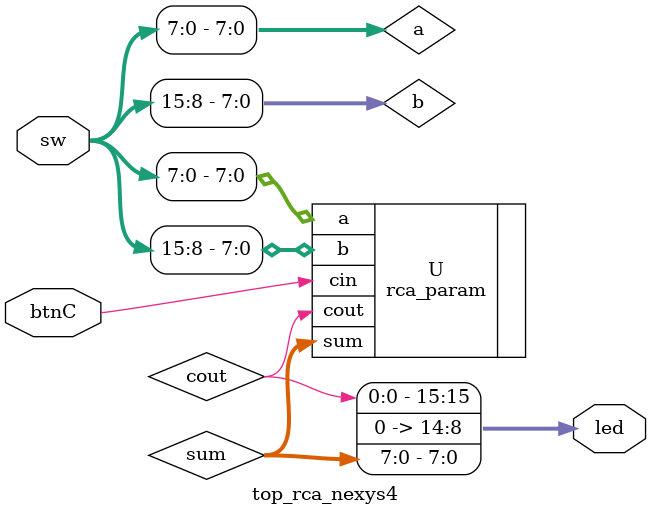
<source format=sv>
module top_rca_nexys4 #(
  parameter int N = 8
)(
  input  logic [15:0] sw,   // switches
  input  logic        btnC, // botón central = cin
  output logic [15:0] led   // LEDs
);
  // Requiere 2N <= 16 (8 bits por defecto)
  initial if (2*N > 16) $error("N debe ser <= 8 para usar switches/LEDs de la Nexys 4");

  logic [N-1:0] a = sw[N-1:0];       // A en SW[N-1:0]
  logic [N-1:0] b = sw[2*N-1:N];     // B en SW[2N-1:N] (para N=8 => SW[15:8])
  logic [N-1:0] sum; 
  logic         cout;

  rca_param #(.N(N)) U (.a(a), .b(b), .cin(btnC), .sum(sum), .cout(cout));

  // Mostrar: SUM en LED[7:0] y COUT en LED[15]
  assign led[7:0]  = sum;
  assign led[14:8] = '0;
  assign led[15]   = cout;
endmodule
</source>
